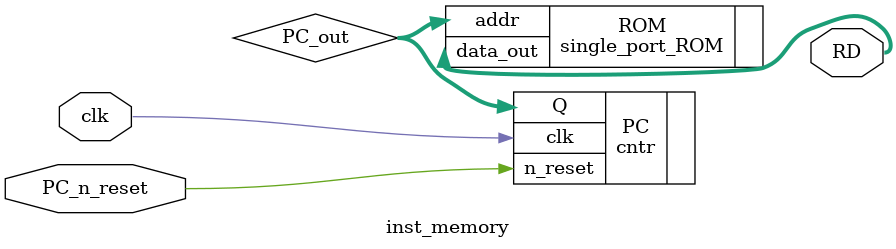
<source format=v>
`timescale 1ns / 1ps


module inst_memory
    #(parameter ADDRESS_WIDTH = 32, 
            DATA_WIDTH = 32,
            DEPTH = 64
    )(
        input wire clk, PC_n_reset, // reset signal for program counter
        output wire [DATA_WIDTH-1: 0] RD
    );

    wire [ADDRESS_WIDTH-1: 0 ] PC_out ;
    cntr #(.N(32)) PC(
        .clk(clk),
        .n_reset(PC_n_reset),
        .Q(PC_out)
    );

    single_port_ROM ROM (
        .addr(PC_out),
        .data_out(RD)
    );

endmodule

</source>
